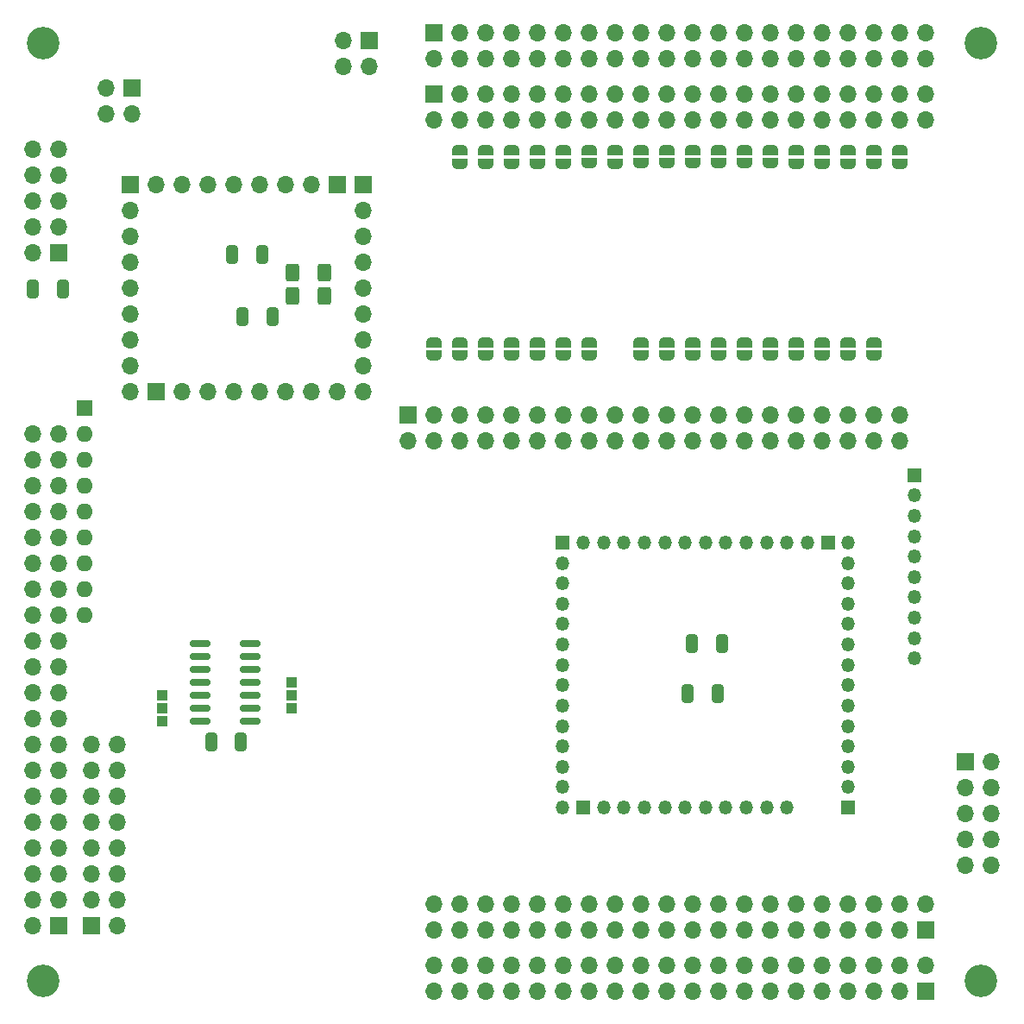
<source format=gbr>
%TF.GenerationSoftware,KiCad,Pcbnew,8.0.7-8.0.7-0~ubuntu22.04.1*%
%TF.CreationDate,2024-12-21T14:21:34+01:00*%
%TF.ProjectId,MMU_v1,4d4d555f-7631-42e6-9b69-6361645f7063,rev?*%
%TF.SameCoordinates,Original*%
%TF.FileFunction,Soldermask,Bot*%
%TF.FilePolarity,Negative*%
%FSLAX46Y46*%
G04 Gerber Fmt 4.6, Leading zero omitted, Abs format (unit mm)*
G04 Created by KiCad (PCBNEW 8.0.7-8.0.7-0~ubuntu22.04.1) date 2024-12-21 14:21:34*
%MOMM*%
%LPD*%
G01*
G04 APERTURE LIST*
G04 Aperture macros list*
%AMRoundRect*
0 Rectangle with rounded corners*
0 $1 Rounding radius*
0 $2 $3 $4 $5 $6 $7 $8 $9 X,Y pos of 4 corners*
0 Add a 4 corners polygon primitive as box body*
4,1,4,$2,$3,$4,$5,$6,$7,$8,$9,$2,$3,0*
0 Add four circle primitives for the rounded corners*
1,1,$1+$1,$2,$3*
1,1,$1+$1,$4,$5*
1,1,$1+$1,$6,$7*
1,1,$1+$1,$8,$9*
0 Add four rect primitives between the rounded corners*
20,1,$1+$1,$2,$3,$4,$5,0*
20,1,$1+$1,$4,$5,$6,$7,0*
20,1,$1+$1,$6,$7,$8,$9,0*
20,1,$1+$1,$8,$9,$2,$3,0*%
%AMFreePoly0*
4,1,19,0.500000,-0.750000,0.000000,-0.750000,0.000000,-0.744911,-0.071157,-0.744911,-0.207708,-0.704816,-0.327430,-0.627875,-0.420627,-0.520320,-0.479746,-0.390866,-0.500000,-0.250000,-0.500000,0.250000,-0.479746,0.390866,-0.420627,0.520320,-0.327430,0.627875,-0.207708,0.704816,-0.071157,0.744911,0.000000,0.744911,0.000000,0.750000,0.500000,0.750000,0.500000,-0.750000,0.500000,-0.750000,
$1*%
%AMFreePoly1*
4,1,19,0.000000,0.744911,0.071157,0.744911,0.207708,0.704816,0.327430,0.627875,0.420627,0.520320,0.479746,0.390866,0.500000,0.250000,0.500000,-0.250000,0.479746,-0.390866,0.420627,-0.520320,0.327430,-0.627875,0.207708,-0.704816,0.071157,-0.744911,0.000000,-0.744911,0.000000,-0.750000,-0.500000,-0.750000,-0.500000,0.750000,0.000000,0.750000,0.000000,0.744911,0.000000,0.744911,
$1*%
G04 Aperture macros list end*
%ADD10R,1.000000X1.000000*%
%ADD11R,1.700000X1.700000*%
%ADD12O,1.700000X1.700000*%
%ADD13R,1.350000X1.350000*%
%ADD14O,1.350000X1.350000*%
%ADD15C,3.200000*%
%ADD16R,1.600000X1.600000*%
%ADD17O,1.600000X1.600000*%
%ADD18RoundRect,0.250000X-0.325000X-0.650000X0.325000X-0.650000X0.325000X0.650000X-0.325000X0.650000X0*%
%ADD19FreePoly0,270.000000*%
%ADD20FreePoly1,270.000000*%
%ADD21FreePoly0,90.000000*%
%ADD22FreePoly1,90.000000*%
%ADD23RoundRect,0.250000X0.325000X0.650000X-0.325000X0.650000X-0.325000X-0.650000X0.325000X-0.650000X0*%
%ADD24RoundRect,0.150000X-0.825000X-0.150000X0.825000X-0.150000X0.825000X0.150000X-0.825000X0.150000X0*%
%ADD25RoundRect,0.250000X-0.400000X-0.625000X0.400000X-0.625000X0.400000X0.625000X-0.400000X0.625000X0*%
G04 APERTURE END LIST*
D10*
%TO.C,J19*%
X65700000Y-120561000D03*
%TD*%
D11*
%TO.C,J30*%
X62672000Y-58351000D03*
D12*
X60132000Y-58351000D03*
X62672000Y-60891000D03*
X60132000Y-60891000D03*
%TD*%
D11*
%TO.C,J27*%
X92367000Y-59000000D03*
D12*
X92367000Y-61540000D03*
X94907000Y-59000000D03*
X94907000Y-61540000D03*
X97447000Y-59000000D03*
X97447000Y-61540000D03*
X99987000Y-59000000D03*
X99987000Y-61540000D03*
X102527000Y-59000000D03*
X102527000Y-61540000D03*
X105067000Y-59000000D03*
X105067000Y-61540000D03*
X107607000Y-59000000D03*
X107607000Y-61540000D03*
X110147000Y-59000000D03*
X110147000Y-61540000D03*
X112687000Y-59000000D03*
X112687000Y-61540000D03*
X115227000Y-59000000D03*
X115227000Y-61540000D03*
X117767000Y-59000000D03*
X117767000Y-61540000D03*
X120307000Y-59000000D03*
X120307000Y-61540000D03*
X122847000Y-59000000D03*
X122847000Y-61540000D03*
X125387000Y-59000000D03*
X125387000Y-61540000D03*
X127927000Y-59000000D03*
X127927000Y-61540000D03*
X130467000Y-59000000D03*
X130467000Y-61540000D03*
X133007000Y-59000000D03*
X133007000Y-61540000D03*
X135547000Y-59000000D03*
X135547000Y-61540000D03*
X138087000Y-59000000D03*
X138087000Y-61540000D03*
X140627000Y-59000000D03*
X140627000Y-61540000D03*
%TD*%
D13*
%TO.C,J15*%
X105000000Y-103000000D03*
D14*
X105000000Y-105000000D03*
X105000000Y-107000000D03*
X105000000Y-109000000D03*
X105000000Y-111000000D03*
X105000000Y-113000000D03*
X105000000Y-115000000D03*
X105000000Y-117000000D03*
X105000000Y-119000000D03*
X105000000Y-121000000D03*
X105000000Y-123000000D03*
X105000000Y-125000000D03*
X105000000Y-127000000D03*
X105000000Y-129000000D03*
%TD*%
D11*
%TO.C,J1*%
X92367000Y-53000000D03*
D12*
X92367000Y-55540000D03*
X94907000Y-53000000D03*
X94907000Y-55540000D03*
X97447000Y-53000000D03*
X97447000Y-55540000D03*
X99987000Y-53000000D03*
X99987000Y-55540000D03*
X102527000Y-53000000D03*
X102527000Y-55540000D03*
X105067000Y-53000000D03*
X105067000Y-55540000D03*
X107607000Y-53000000D03*
X107607000Y-55540000D03*
X110147000Y-53000000D03*
X110147000Y-55540000D03*
X112687000Y-53000000D03*
X112687000Y-55540000D03*
X115227000Y-53000000D03*
X115227000Y-55540000D03*
X117767000Y-53000000D03*
X117767000Y-55540000D03*
X120307000Y-53000000D03*
X120307000Y-55540000D03*
X122847000Y-53000000D03*
X122847000Y-55540000D03*
X125387000Y-53000000D03*
X125387000Y-55540000D03*
X127927000Y-53000000D03*
X127927000Y-55540000D03*
X130467000Y-53000000D03*
X130467000Y-55540000D03*
X133007000Y-53000000D03*
X133007000Y-55540000D03*
X135547000Y-53000000D03*
X135547000Y-55540000D03*
X138087000Y-53000000D03*
X138087000Y-55540000D03*
X140627000Y-53000000D03*
X140627000Y-55540000D03*
%TD*%
D13*
%TO.C,J17*%
X107000000Y-129000000D03*
D14*
X109000000Y-129000000D03*
X111000000Y-129000000D03*
X113000000Y-129000000D03*
X115000000Y-129000000D03*
X117000000Y-129000000D03*
X119000000Y-129000000D03*
X121000000Y-129000000D03*
X123000000Y-129000000D03*
X125000000Y-129000000D03*
X127000000Y-129000000D03*
%TD*%
D11*
%TO.C,J4*%
X140627000Y-141000000D03*
D12*
X140627000Y-138460000D03*
X138087000Y-141000000D03*
X138087000Y-138460000D03*
X135547000Y-141000000D03*
X135547000Y-138460000D03*
X133007000Y-141000000D03*
X133007000Y-138460000D03*
X130467000Y-141000000D03*
X130467000Y-138460000D03*
X127927000Y-141000000D03*
X127927000Y-138460000D03*
X125387000Y-141000000D03*
X125387000Y-138460000D03*
X122847000Y-141000000D03*
X122847000Y-138460000D03*
X120307000Y-141000000D03*
X120307000Y-138460000D03*
X117767000Y-141000000D03*
X117767000Y-138460000D03*
X115227000Y-141000000D03*
X115227000Y-138460000D03*
X112687000Y-141000000D03*
X112687000Y-138460000D03*
X110147000Y-141000000D03*
X110147000Y-138460000D03*
X107607000Y-141000000D03*
X107607000Y-138460000D03*
X105067000Y-141000000D03*
X105067000Y-138460000D03*
X102527000Y-141000000D03*
X102527000Y-138460000D03*
X99987000Y-141000000D03*
X99987000Y-138460000D03*
X97447000Y-141000000D03*
X97447000Y-138460000D03*
X94907000Y-141000000D03*
X94907000Y-138460000D03*
X92367000Y-141000000D03*
X92367000Y-138460000D03*
%TD*%
D11*
%TO.C,J31*%
X85979000Y-53721000D03*
D12*
X83439000Y-53721000D03*
X85979000Y-56261000D03*
X83439000Y-56261000D03*
%TD*%
D10*
%TO.C,J32*%
X78400000Y-119291000D03*
%TD*%
D13*
%TO.C,J18*%
X131000000Y-103000000D03*
D14*
X129000000Y-103000000D03*
X127000000Y-103000000D03*
X125000000Y-103000000D03*
X123000000Y-103000000D03*
X121000000Y-103000000D03*
X119000000Y-103000000D03*
X117000000Y-103000000D03*
X115000000Y-103000000D03*
X113000000Y-103000000D03*
X111000000Y-103000000D03*
X109000000Y-103000000D03*
X107000000Y-103000000D03*
%TD*%
D11*
%TO.C,J22*%
X144460000Y-124500000D03*
D12*
X147000000Y-124500000D03*
X144460000Y-127040000D03*
X147000000Y-127040000D03*
X144460000Y-129580000D03*
X147000000Y-129580000D03*
X144460000Y-132120000D03*
X147000000Y-132120000D03*
X144460000Y-134660000D03*
X147000000Y-134660000D03*
%TD*%
D13*
%TO.C,J20*%
X139487000Y-96370000D03*
D14*
X139487000Y-98370000D03*
X139487000Y-100370000D03*
X139487000Y-102370000D03*
X139487000Y-104370000D03*
X139487000Y-106370000D03*
X139487000Y-108370000D03*
X139487000Y-110370000D03*
X139487000Y-112370000D03*
X139487000Y-114370000D03*
%TD*%
D11*
%TO.C,J26*%
X65065000Y-88176000D03*
D12*
X67605000Y-88176000D03*
X70145000Y-88176000D03*
X72685000Y-88176000D03*
X75225000Y-88176000D03*
X77765000Y-88176000D03*
X80305000Y-88176000D03*
X82845000Y-88176000D03*
%TD*%
D11*
%TO.C,J25*%
X55540000Y-74587000D03*
D12*
X53000000Y-74587000D03*
X55540000Y-72047000D03*
X53000000Y-72047000D03*
X55540000Y-69507000D03*
X53000000Y-69507000D03*
X55540000Y-66967000D03*
X53000000Y-66967000D03*
X55540000Y-64427000D03*
X53000000Y-64427000D03*
%TD*%
D11*
%TO.C,J34*%
X58715000Y-140627000D03*
D12*
X61255000Y-140627000D03*
X58715000Y-138087000D03*
X61255000Y-138087000D03*
X58715000Y-135547000D03*
X61255000Y-135547000D03*
X58715000Y-133007000D03*
X61255000Y-133007000D03*
X58715000Y-130467000D03*
X61255000Y-130467000D03*
X58715000Y-127927000D03*
X61255000Y-127927000D03*
X58715000Y-125387000D03*
X61255000Y-125387000D03*
X58715000Y-122847000D03*
X61255000Y-122847000D03*
%TD*%
D11*
%TO.C,J2*%
X140627000Y-147000000D03*
D12*
X140627000Y-144460000D03*
X138087000Y-147000000D03*
X138087000Y-144460000D03*
X135547000Y-147000000D03*
X135547000Y-144460000D03*
X133007000Y-147000000D03*
X133007000Y-144460000D03*
X130467000Y-147000000D03*
X130467000Y-144460000D03*
X127927000Y-147000000D03*
X127927000Y-144460000D03*
X125387000Y-147000000D03*
X125387000Y-144460000D03*
X122847000Y-147000000D03*
X122847000Y-144460000D03*
X120307000Y-147000000D03*
X120307000Y-144460000D03*
X117767000Y-147000000D03*
X117767000Y-144460000D03*
X115227000Y-147000000D03*
X115227000Y-144460000D03*
X112687000Y-147000000D03*
X112687000Y-144460000D03*
X110147000Y-147000000D03*
X110147000Y-144460000D03*
X107607000Y-147000000D03*
X107607000Y-144460000D03*
X105067000Y-147000000D03*
X105067000Y-144460000D03*
X102527000Y-147000000D03*
X102527000Y-144460000D03*
X99987000Y-147000000D03*
X99987000Y-144460000D03*
X97447000Y-147000000D03*
X97447000Y-144460000D03*
X94907000Y-147000000D03*
X94907000Y-144460000D03*
X92367000Y-147000000D03*
X92367000Y-144460000D03*
%TD*%
D10*
%TO.C,J7*%
X65700000Y-119291000D03*
%TD*%
D11*
%TO.C,J28*%
X55540000Y-140627000D03*
D12*
X53000000Y-140627000D03*
X55540000Y-138087000D03*
X53000000Y-138087000D03*
X55540000Y-135547000D03*
X53000000Y-135547000D03*
X55540000Y-133007000D03*
X53000000Y-133007000D03*
X55540000Y-130467000D03*
X53000000Y-130467000D03*
X55540000Y-127927000D03*
X53000000Y-127927000D03*
X55540000Y-125387000D03*
X53000000Y-125387000D03*
X55540000Y-122847000D03*
X53000000Y-122847000D03*
X55540000Y-120307000D03*
X53000000Y-120307000D03*
X55540000Y-117767000D03*
X53000000Y-117767000D03*
X55540000Y-115227000D03*
X53000000Y-115227000D03*
X55540000Y-112687000D03*
X53000000Y-112687000D03*
X55540000Y-110147000D03*
X53000000Y-110147000D03*
X55540000Y-107607000D03*
X53000000Y-107607000D03*
X55540000Y-105067000D03*
X53000000Y-105067000D03*
X55540000Y-102527000D03*
X53000000Y-102527000D03*
X55540000Y-99987000D03*
X53000000Y-99987000D03*
X55540000Y-97447000D03*
X53000000Y-97447000D03*
X55540000Y-94907000D03*
X53000000Y-94907000D03*
X55540000Y-92367000D03*
X53000000Y-92367000D03*
%TD*%
D11*
%TO.C,J21*%
X62525000Y-67866000D03*
D12*
X62525000Y-70406000D03*
X62525000Y-72946000D03*
X62525000Y-75486000D03*
X62525000Y-78026000D03*
X62525000Y-80566000D03*
X62525000Y-83106000D03*
X62525000Y-85646000D03*
X62525000Y-88186000D03*
%TD*%
D10*
%TO.C,J33*%
X78400000Y-116751000D03*
%TD*%
D15*
%TO.C,H3*%
X146000000Y-54000000D03*
%TD*%
D11*
%TO.C,J23*%
X82845000Y-67856000D03*
D12*
X80305000Y-67856000D03*
X77765000Y-67856000D03*
X75225000Y-67856000D03*
X72685000Y-67856000D03*
X70145000Y-67856000D03*
X67605000Y-67856000D03*
X65065000Y-67856000D03*
%TD*%
D16*
%TO.C,RN1*%
X58080000Y-89827000D03*
D17*
X58080000Y-92367000D03*
X58080000Y-94907000D03*
X58080000Y-97447000D03*
X58080000Y-99987000D03*
X58080000Y-102527000D03*
X58080000Y-105067000D03*
X58080000Y-107607000D03*
X58080000Y-110147000D03*
%TD*%
D10*
%TO.C,J29*%
X78400000Y-118021000D03*
%TD*%
%TO.C,J6*%
X65700000Y-118021000D03*
%TD*%
D15*
%TO.C,H1*%
X54000000Y-54000000D03*
%TD*%
D11*
%TO.C,J24*%
X85385000Y-67856000D03*
D12*
X85385000Y-70396000D03*
X85385000Y-72936000D03*
X85385000Y-75476000D03*
X85385000Y-78016000D03*
X85385000Y-80556000D03*
X85385000Y-83096000D03*
X85385000Y-85636000D03*
X85385000Y-88176000D03*
%TD*%
D15*
%TO.C,H2*%
X54000000Y-146000000D03*
%TD*%
D13*
%TO.C,J16*%
X133000000Y-129000000D03*
D14*
X133000000Y-127000000D03*
X133000000Y-125000000D03*
X133000000Y-123000000D03*
X133000000Y-121000000D03*
X133000000Y-119000000D03*
X133000000Y-117000000D03*
X133000000Y-115000000D03*
X133000000Y-113000000D03*
X133000000Y-111000000D03*
X133000000Y-109000000D03*
X133000000Y-107000000D03*
X133000000Y-105000000D03*
X133000000Y-103000000D03*
%TD*%
D11*
%TO.C,J5*%
X89827000Y-90496000D03*
D12*
X89827000Y-93036000D03*
X92367000Y-90496000D03*
X92367000Y-93036000D03*
X94907000Y-90496000D03*
X94907000Y-93036000D03*
X97447000Y-90496000D03*
X97447000Y-93036000D03*
X99987000Y-90496000D03*
X99987000Y-93036000D03*
X102527000Y-90496000D03*
X102527000Y-93036000D03*
X105067000Y-90496000D03*
X105067000Y-93036000D03*
X107607000Y-90496000D03*
X107607000Y-93036000D03*
X110147000Y-90496000D03*
X110147000Y-93036000D03*
X112687000Y-90496000D03*
X112687000Y-93036000D03*
X115227000Y-90496000D03*
X115227000Y-93036000D03*
X117767000Y-90496000D03*
X117767000Y-93036000D03*
X120307000Y-90496000D03*
X120307000Y-93036000D03*
X122847000Y-90496000D03*
X122847000Y-93036000D03*
X125387000Y-90496000D03*
X125387000Y-93036000D03*
X127927000Y-90496000D03*
X127927000Y-93036000D03*
X130467000Y-90496000D03*
X130467000Y-93036000D03*
X133007000Y-90496000D03*
X133007000Y-93036000D03*
X135547000Y-90496000D03*
X135547000Y-93036000D03*
X138087000Y-90496000D03*
X138087000Y-93036000D03*
%TD*%
D15*
%TO.C,H4*%
X146000000Y-146000000D03*
%TD*%
D18*
%TO.C,C3*%
X53000000Y-78143000D03*
X55950000Y-78143000D03*
%TD*%
D19*
%TO.C,J52*%
X105029000Y-64516000D03*
D20*
X105029000Y-65816000D03*
%TD*%
D21*
%TO.C,J91*%
X122807353Y-84649801D03*
D22*
X122807353Y-83349801D03*
%TD*%
D19*
%TO.C,J8*%
X94869000Y-64516000D03*
D20*
X94869000Y-65816000D03*
%TD*%
D19*
%TO.C,J82*%
X135509000Y-64516000D03*
D20*
X135509000Y-65816000D03*
%TD*%
D19*
%TO.C,J78*%
X132969000Y-64516000D03*
D20*
X132969000Y-65816000D03*
%TD*%
D19*
%TO.C,J56*%
X110109000Y-64516000D03*
D20*
X110109000Y-65816000D03*
%TD*%
D21*
%TO.C,J94*%
X130429000Y-84654000D03*
D22*
X130429000Y-83354000D03*
%TD*%
D21*
%TO.C,J99*%
X132978293Y-84636575D03*
D22*
X132978293Y-83336575D03*
%TD*%
D21*
%TO.C,J84*%
X115189000Y-84654000D03*
D22*
X115189000Y-83354000D03*
%TD*%
D21*
%TO.C,J86*%
X120269000Y-84654000D03*
D22*
X120269000Y-83354000D03*
%TD*%
D21*
%TO.C,J93*%
X127887353Y-84649801D03*
D22*
X127887353Y-83349801D03*
%TD*%
D21*
%TO.C,J85*%
X117729000Y-84654000D03*
D22*
X117729000Y-83354000D03*
%TD*%
D21*
%TO.C,J12*%
X92329000Y-84654000D03*
D22*
X92329000Y-83354000D03*
%TD*%
D19*
%TO.C,J70*%
X122809000Y-64486000D03*
D20*
X122809000Y-65786000D03*
%TD*%
D21*
%TO.C,J13*%
X94869000Y-84654000D03*
D22*
X94869000Y-83354000D03*
%TD*%
D21*
%TO.C,J44*%
X107569000Y-84654000D03*
D22*
X107569000Y-83354000D03*
%TD*%
D21*
%TO.C,J92*%
X125347353Y-84649801D03*
D22*
X125347353Y-83349801D03*
%TD*%
D21*
%TO.C,J79*%
X112649000Y-84654000D03*
D22*
X112649000Y-83354000D03*
%TD*%
D19*
%TO.C,J11*%
X102489000Y-64516000D03*
D20*
X102489000Y-65816000D03*
%TD*%
D23*
%TO.C,C1*%
X75479000Y-74714000D03*
X72529000Y-74714000D03*
%TD*%
D19*
%TO.C,J62*%
X112649000Y-64486000D03*
D20*
X112649000Y-65786000D03*
%TD*%
D23*
%TO.C,C2*%
X76495000Y-80810000D03*
X73545000Y-80810000D03*
%TD*%
D18*
%TO.C,C9*%
X117686663Y-112877654D03*
X120636663Y-112877654D03*
%TD*%
D19*
%TO.C,J55*%
X107569000Y-64486000D03*
D20*
X107569000Y-65786000D03*
%TD*%
D19*
%TO.C,J77*%
X130429000Y-64516000D03*
D20*
X130429000Y-65816000D03*
%TD*%
D23*
%TO.C,C10*%
X120226663Y-117846154D03*
X117276663Y-117846154D03*
%TD*%
D19*
%TO.C,J66*%
X117729000Y-64486000D03*
D20*
X117729000Y-65786000D03*
%TD*%
D24*
%TO.C,U3*%
X69383000Y-120561000D03*
X69383000Y-119291000D03*
X69383000Y-118021000D03*
X69383000Y-116751000D03*
X69383000Y-115481000D03*
X69383000Y-114211000D03*
X69383000Y-112941000D03*
X74333000Y-112941000D03*
X74333000Y-114211000D03*
X74333000Y-115481000D03*
X74333000Y-116751000D03*
X74333000Y-118021000D03*
X74333000Y-119291000D03*
X74333000Y-120561000D03*
%TD*%
D19*
%TO.C,J76*%
X127889000Y-64516000D03*
D20*
X127889000Y-65816000D03*
%TD*%
D21*
%TO.C,J43*%
X105029000Y-84654000D03*
D22*
X105029000Y-83354000D03*
%TD*%
D21*
%TO.C,J39*%
X99949000Y-84654000D03*
D22*
X99949000Y-83354000D03*
%TD*%
D19*
%TO.C,J63*%
X115189000Y-64486000D03*
D20*
X115189000Y-65786000D03*
%TD*%
D21*
%TO.C,J100*%
X135518293Y-84636575D03*
D22*
X135518293Y-83336575D03*
%TD*%
D19*
%TO.C,J9*%
X97409000Y-64516000D03*
D20*
X97409000Y-65816000D03*
%TD*%
D21*
%TO.C,J14*%
X97409000Y-84654000D03*
D22*
X97409000Y-83354000D03*
%TD*%
D19*
%TO.C,J69*%
X120269000Y-64486000D03*
D20*
X120269000Y-65786000D03*
%TD*%
D25*
%TO.C,R6*%
X78501000Y-78778000D03*
X81601000Y-78778000D03*
%TD*%
D19*
%TO.C,J75*%
X125349000Y-64486000D03*
D20*
X125349000Y-65786000D03*
%TD*%
D23*
%TO.C,C4*%
X73411000Y-122593000D03*
X70461000Y-122593000D03*
%TD*%
D21*
%TO.C,J41*%
X102489000Y-84654000D03*
D22*
X102489000Y-83354000D03*
%TD*%
D19*
%TO.C,J83*%
X138049000Y-64516000D03*
D20*
X138049000Y-65816000D03*
%TD*%
D19*
%TO.C,J10*%
X99949000Y-64516000D03*
D20*
X99949000Y-65816000D03*
%TD*%
D25*
%TO.C,R7*%
X78501000Y-76492000D03*
X81601000Y-76492000D03*
%TD*%
M02*

</source>
